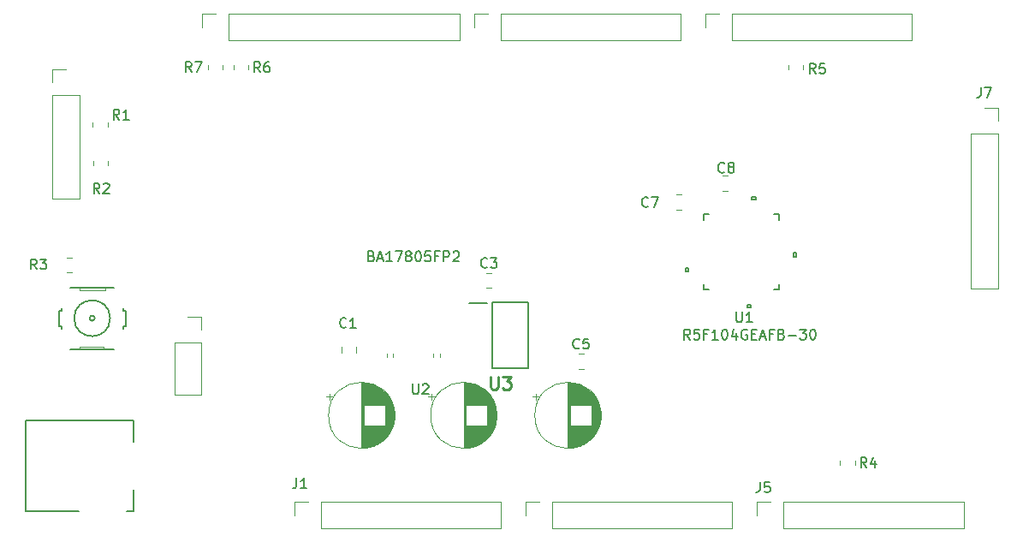
<source format=gbr>
%TF.GenerationSoftware,KiCad,Pcbnew,8.0.6*%
%TF.CreationDate,2025-01-18T20:08:40-05:00*%
%TF.ProjectId,RL78_G14_Arduino_48p,524c3738-5f47-4313-945f-41726475696e,rev?*%
%TF.SameCoordinates,Original*%
%TF.FileFunction,Legend,Top*%
%TF.FilePolarity,Positive*%
%FSLAX46Y46*%
G04 Gerber Fmt 4.6, Leading zero omitted, Abs format (unit mm)*
G04 Created by KiCad (PCBNEW 8.0.6) date 2025-01-18 20:08:40*
%MOMM*%
%LPD*%
G01*
G04 APERTURE LIST*
%ADD10C,0.150000*%
%ADD11C,0.254000*%
%ADD12C,0.120000*%
%ADD13C,0.152400*%
%ADD14C,0.050800*%
%ADD15C,0.203200*%
%ADD16C,0.200000*%
G04 APERTURE END LIST*
D10*
X120133333Y-43309580D02*
X120085714Y-43357200D01*
X120085714Y-43357200D02*
X119942857Y-43404819D01*
X119942857Y-43404819D02*
X119847619Y-43404819D01*
X119847619Y-43404819D02*
X119704762Y-43357200D01*
X119704762Y-43357200D02*
X119609524Y-43261961D01*
X119609524Y-43261961D02*
X119561905Y-43166723D01*
X119561905Y-43166723D02*
X119514286Y-42976247D01*
X119514286Y-42976247D02*
X119514286Y-42833390D01*
X119514286Y-42833390D02*
X119561905Y-42642914D01*
X119561905Y-42642914D02*
X119609524Y-42547676D01*
X119609524Y-42547676D02*
X119704762Y-42452438D01*
X119704762Y-42452438D02*
X119847619Y-42404819D01*
X119847619Y-42404819D02*
X119942857Y-42404819D01*
X119942857Y-42404819D02*
X120085714Y-42452438D01*
X120085714Y-42452438D02*
X120133333Y-42500057D01*
X120704762Y-42833390D02*
X120609524Y-42785771D01*
X120609524Y-42785771D02*
X120561905Y-42738152D01*
X120561905Y-42738152D02*
X120514286Y-42642914D01*
X120514286Y-42642914D02*
X120514286Y-42595295D01*
X120514286Y-42595295D02*
X120561905Y-42500057D01*
X120561905Y-42500057D02*
X120609524Y-42452438D01*
X120609524Y-42452438D02*
X120704762Y-42404819D01*
X120704762Y-42404819D02*
X120895238Y-42404819D01*
X120895238Y-42404819D02*
X120990476Y-42452438D01*
X120990476Y-42452438D02*
X121038095Y-42500057D01*
X121038095Y-42500057D02*
X121085714Y-42595295D01*
X121085714Y-42595295D02*
X121085714Y-42642914D01*
X121085714Y-42642914D02*
X121038095Y-42738152D01*
X121038095Y-42738152D02*
X120990476Y-42785771D01*
X120990476Y-42785771D02*
X120895238Y-42833390D01*
X120895238Y-42833390D02*
X120704762Y-42833390D01*
X120704762Y-42833390D02*
X120609524Y-42881009D01*
X120609524Y-42881009D02*
X120561905Y-42928628D01*
X120561905Y-42928628D02*
X120514286Y-43023866D01*
X120514286Y-43023866D02*
X120514286Y-43214342D01*
X120514286Y-43214342D02*
X120561905Y-43309580D01*
X120561905Y-43309580D02*
X120609524Y-43357200D01*
X120609524Y-43357200D02*
X120704762Y-43404819D01*
X120704762Y-43404819D02*
X120895238Y-43404819D01*
X120895238Y-43404819D02*
X120990476Y-43357200D01*
X120990476Y-43357200D02*
X121038095Y-43309580D01*
X121038095Y-43309580D02*
X121085714Y-43214342D01*
X121085714Y-43214342D02*
X121085714Y-43023866D01*
X121085714Y-43023866D02*
X121038095Y-42928628D01*
X121038095Y-42928628D02*
X120990476Y-42881009D01*
X120990476Y-42881009D02*
X120895238Y-42833390D01*
X60283333Y-38154819D02*
X59950000Y-37678628D01*
X59711905Y-38154819D02*
X59711905Y-37154819D01*
X59711905Y-37154819D02*
X60092857Y-37154819D01*
X60092857Y-37154819D02*
X60188095Y-37202438D01*
X60188095Y-37202438D02*
X60235714Y-37250057D01*
X60235714Y-37250057D02*
X60283333Y-37345295D01*
X60283333Y-37345295D02*
X60283333Y-37488152D01*
X60283333Y-37488152D02*
X60235714Y-37583390D01*
X60235714Y-37583390D02*
X60188095Y-37631009D01*
X60188095Y-37631009D02*
X60092857Y-37678628D01*
X60092857Y-37678628D02*
X59711905Y-37678628D01*
X61235714Y-38154819D02*
X60664286Y-38154819D01*
X60950000Y-38154819D02*
X60950000Y-37154819D01*
X60950000Y-37154819D02*
X60854762Y-37297676D01*
X60854762Y-37297676D02*
X60759524Y-37392914D01*
X60759524Y-37392914D02*
X60664286Y-37440533D01*
X74221333Y-33467319D02*
X73888000Y-32991128D01*
X73649905Y-33467319D02*
X73649905Y-32467319D01*
X73649905Y-32467319D02*
X74030857Y-32467319D01*
X74030857Y-32467319D02*
X74126095Y-32514938D01*
X74126095Y-32514938D02*
X74173714Y-32562557D01*
X74173714Y-32562557D02*
X74221333Y-32657795D01*
X74221333Y-32657795D02*
X74221333Y-32800652D01*
X74221333Y-32800652D02*
X74173714Y-32895890D01*
X74173714Y-32895890D02*
X74126095Y-32943509D01*
X74126095Y-32943509D02*
X74030857Y-32991128D01*
X74030857Y-32991128D02*
X73649905Y-32991128D01*
X75078476Y-32467319D02*
X74888000Y-32467319D01*
X74888000Y-32467319D02*
X74792762Y-32514938D01*
X74792762Y-32514938D02*
X74745143Y-32562557D01*
X74745143Y-32562557D02*
X74649905Y-32705414D01*
X74649905Y-32705414D02*
X74602286Y-32895890D01*
X74602286Y-32895890D02*
X74602286Y-33276842D01*
X74602286Y-33276842D02*
X74649905Y-33372080D01*
X74649905Y-33372080D02*
X74697524Y-33419700D01*
X74697524Y-33419700D02*
X74792762Y-33467319D01*
X74792762Y-33467319D02*
X74983238Y-33467319D01*
X74983238Y-33467319D02*
X75078476Y-33419700D01*
X75078476Y-33419700D02*
X75126095Y-33372080D01*
X75126095Y-33372080D02*
X75173714Y-33276842D01*
X75173714Y-33276842D02*
X75173714Y-33038747D01*
X75173714Y-33038747D02*
X75126095Y-32943509D01*
X75126095Y-32943509D02*
X75078476Y-32895890D01*
X75078476Y-32895890D02*
X74983238Y-32848271D01*
X74983238Y-32848271D02*
X74792762Y-32848271D01*
X74792762Y-32848271D02*
X74697524Y-32895890D01*
X74697524Y-32895890D02*
X74649905Y-32943509D01*
X74649905Y-32943509D02*
X74602286Y-33038747D01*
X145516666Y-34984819D02*
X145516666Y-35699104D01*
X145516666Y-35699104D02*
X145469047Y-35841961D01*
X145469047Y-35841961D02*
X145373809Y-35937200D01*
X145373809Y-35937200D02*
X145230952Y-35984819D01*
X145230952Y-35984819D02*
X145135714Y-35984819D01*
X145897619Y-34984819D02*
X146564285Y-34984819D01*
X146564285Y-34984819D02*
X146135714Y-35984819D01*
X121298695Y-57181819D02*
X121298695Y-57991342D01*
X121298695Y-57991342D02*
X121346314Y-58086580D01*
X121346314Y-58086580D02*
X121393933Y-58134200D01*
X121393933Y-58134200D02*
X121489171Y-58181819D01*
X121489171Y-58181819D02*
X121679647Y-58181819D01*
X121679647Y-58181819D02*
X121774885Y-58134200D01*
X121774885Y-58134200D02*
X121822504Y-58086580D01*
X121822504Y-58086580D02*
X121870123Y-57991342D01*
X121870123Y-57991342D02*
X121870123Y-57181819D01*
X122870123Y-58181819D02*
X122298695Y-58181819D01*
X122584409Y-58181819D02*
X122584409Y-57181819D01*
X122584409Y-57181819D02*
X122489171Y-57324676D01*
X122489171Y-57324676D02*
X122393933Y-57419914D01*
X122393933Y-57419914D02*
X122298695Y-57467533D01*
X116745237Y-59904819D02*
X116411904Y-59428628D01*
X116173809Y-59904819D02*
X116173809Y-58904819D01*
X116173809Y-58904819D02*
X116554761Y-58904819D01*
X116554761Y-58904819D02*
X116649999Y-58952438D01*
X116649999Y-58952438D02*
X116697618Y-59000057D01*
X116697618Y-59000057D02*
X116745237Y-59095295D01*
X116745237Y-59095295D02*
X116745237Y-59238152D01*
X116745237Y-59238152D02*
X116697618Y-59333390D01*
X116697618Y-59333390D02*
X116649999Y-59381009D01*
X116649999Y-59381009D02*
X116554761Y-59428628D01*
X116554761Y-59428628D02*
X116173809Y-59428628D01*
X117649999Y-58904819D02*
X117173809Y-58904819D01*
X117173809Y-58904819D02*
X117126190Y-59381009D01*
X117126190Y-59381009D02*
X117173809Y-59333390D01*
X117173809Y-59333390D02*
X117269047Y-59285771D01*
X117269047Y-59285771D02*
X117507142Y-59285771D01*
X117507142Y-59285771D02*
X117602380Y-59333390D01*
X117602380Y-59333390D02*
X117649999Y-59381009D01*
X117649999Y-59381009D02*
X117697618Y-59476247D01*
X117697618Y-59476247D02*
X117697618Y-59714342D01*
X117697618Y-59714342D02*
X117649999Y-59809580D01*
X117649999Y-59809580D02*
X117602380Y-59857200D01*
X117602380Y-59857200D02*
X117507142Y-59904819D01*
X117507142Y-59904819D02*
X117269047Y-59904819D01*
X117269047Y-59904819D02*
X117173809Y-59857200D01*
X117173809Y-59857200D02*
X117126190Y-59809580D01*
X118459523Y-59381009D02*
X118126190Y-59381009D01*
X118126190Y-59904819D02*
X118126190Y-58904819D01*
X118126190Y-58904819D02*
X118602380Y-58904819D01*
X119507142Y-59904819D02*
X118935714Y-59904819D01*
X119221428Y-59904819D02*
X119221428Y-58904819D01*
X119221428Y-58904819D02*
X119126190Y-59047676D01*
X119126190Y-59047676D02*
X119030952Y-59142914D01*
X119030952Y-59142914D02*
X118935714Y-59190533D01*
X120126190Y-58904819D02*
X120221428Y-58904819D01*
X120221428Y-58904819D02*
X120316666Y-58952438D01*
X120316666Y-58952438D02*
X120364285Y-59000057D01*
X120364285Y-59000057D02*
X120411904Y-59095295D01*
X120411904Y-59095295D02*
X120459523Y-59285771D01*
X120459523Y-59285771D02*
X120459523Y-59523866D01*
X120459523Y-59523866D02*
X120411904Y-59714342D01*
X120411904Y-59714342D02*
X120364285Y-59809580D01*
X120364285Y-59809580D02*
X120316666Y-59857200D01*
X120316666Y-59857200D02*
X120221428Y-59904819D01*
X120221428Y-59904819D02*
X120126190Y-59904819D01*
X120126190Y-59904819D02*
X120030952Y-59857200D01*
X120030952Y-59857200D02*
X119983333Y-59809580D01*
X119983333Y-59809580D02*
X119935714Y-59714342D01*
X119935714Y-59714342D02*
X119888095Y-59523866D01*
X119888095Y-59523866D02*
X119888095Y-59285771D01*
X119888095Y-59285771D02*
X119935714Y-59095295D01*
X119935714Y-59095295D02*
X119983333Y-59000057D01*
X119983333Y-59000057D02*
X120030952Y-58952438D01*
X120030952Y-58952438D02*
X120126190Y-58904819D01*
X121316666Y-59238152D02*
X121316666Y-59904819D01*
X121078571Y-58857200D02*
X120840476Y-59571485D01*
X120840476Y-59571485D02*
X121459523Y-59571485D01*
X122364285Y-58952438D02*
X122269047Y-58904819D01*
X122269047Y-58904819D02*
X122126190Y-58904819D01*
X122126190Y-58904819D02*
X121983333Y-58952438D01*
X121983333Y-58952438D02*
X121888095Y-59047676D01*
X121888095Y-59047676D02*
X121840476Y-59142914D01*
X121840476Y-59142914D02*
X121792857Y-59333390D01*
X121792857Y-59333390D02*
X121792857Y-59476247D01*
X121792857Y-59476247D02*
X121840476Y-59666723D01*
X121840476Y-59666723D02*
X121888095Y-59761961D01*
X121888095Y-59761961D02*
X121983333Y-59857200D01*
X121983333Y-59857200D02*
X122126190Y-59904819D01*
X122126190Y-59904819D02*
X122221428Y-59904819D01*
X122221428Y-59904819D02*
X122364285Y-59857200D01*
X122364285Y-59857200D02*
X122411904Y-59809580D01*
X122411904Y-59809580D02*
X122411904Y-59476247D01*
X122411904Y-59476247D02*
X122221428Y-59476247D01*
X122840476Y-59381009D02*
X123173809Y-59381009D01*
X123316666Y-59904819D02*
X122840476Y-59904819D01*
X122840476Y-59904819D02*
X122840476Y-58904819D01*
X122840476Y-58904819D02*
X123316666Y-58904819D01*
X123697619Y-59619104D02*
X124173809Y-59619104D01*
X123602381Y-59904819D02*
X123935714Y-58904819D01*
X123935714Y-58904819D02*
X124269047Y-59904819D01*
X124935714Y-59381009D02*
X124602381Y-59381009D01*
X124602381Y-59904819D02*
X124602381Y-58904819D01*
X124602381Y-58904819D02*
X125078571Y-58904819D01*
X125792857Y-59381009D02*
X125935714Y-59428628D01*
X125935714Y-59428628D02*
X125983333Y-59476247D01*
X125983333Y-59476247D02*
X126030952Y-59571485D01*
X126030952Y-59571485D02*
X126030952Y-59714342D01*
X126030952Y-59714342D02*
X125983333Y-59809580D01*
X125983333Y-59809580D02*
X125935714Y-59857200D01*
X125935714Y-59857200D02*
X125840476Y-59904819D01*
X125840476Y-59904819D02*
X125459524Y-59904819D01*
X125459524Y-59904819D02*
X125459524Y-58904819D01*
X125459524Y-58904819D02*
X125792857Y-58904819D01*
X125792857Y-58904819D02*
X125888095Y-58952438D01*
X125888095Y-58952438D02*
X125935714Y-59000057D01*
X125935714Y-59000057D02*
X125983333Y-59095295D01*
X125983333Y-59095295D02*
X125983333Y-59190533D01*
X125983333Y-59190533D02*
X125935714Y-59285771D01*
X125935714Y-59285771D02*
X125888095Y-59333390D01*
X125888095Y-59333390D02*
X125792857Y-59381009D01*
X125792857Y-59381009D02*
X125459524Y-59381009D01*
X126459524Y-59523866D02*
X127221429Y-59523866D01*
X127602381Y-58904819D02*
X128221428Y-58904819D01*
X128221428Y-58904819D02*
X127888095Y-59285771D01*
X127888095Y-59285771D02*
X128030952Y-59285771D01*
X128030952Y-59285771D02*
X128126190Y-59333390D01*
X128126190Y-59333390D02*
X128173809Y-59381009D01*
X128173809Y-59381009D02*
X128221428Y-59476247D01*
X128221428Y-59476247D02*
X128221428Y-59714342D01*
X128221428Y-59714342D02*
X128173809Y-59809580D01*
X128173809Y-59809580D02*
X128126190Y-59857200D01*
X128126190Y-59857200D02*
X128030952Y-59904819D01*
X128030952Y-59904819D02*
X127745238Y-59904819D01*
X127745238Y-59904819D02*
X127650000Y-59857200D01*
X127650000Y-59857200D02*
X127602381Y-59809580D01*
X128840476Y-58904819D02*
X128935714Y-58904819D01*
X128935714Y-58904819D02*
X129030952Y-58952438D01*
X129030952Y-58952438D02*
X129078571Y-59000057D01*
X129078571Y-59000057D02*
X129126190Y-59095295D01*
X129126190Y-59095295D02*
X129173809Y-59285771D01*
X129173809Y-59285771D02*
X129173809Y-59523866D01*
X129173809Y-59523866D02*
X129126190Y-59714342D01*
X129126190Y-59714342D02*
X129078571Y-59809580D01*
X129078571Y-59809580D02*
X129030952Y-59857200D01*
X129030952Y-59857200D02*
X128935714Y-59904819D01*
X128935714Y-59904819D02*
X128840476Y-59904819D01*
X128840476Y-59904819D02*
X128745238Y-59857200D01*
X128745238Y-59857200D02*
X128697619Y-59809580D01*
X128697619Y-59809580D02*
X128650000Y-59714342D01*
X128650000Y-59714342D02*
X128602381Y-59523866D01*
X128602381Y-59523866D02*
X128602381Y-59285771D01*
X128602381Y-59285771D02*
X128650000Y-59095295D01*
X128650000Y-59095295D02*
X128697619Y-59000057D01*
X128697619Y-59000057D02*
X128745238Y-58952438D01*
X128745238Y-58952438D02*
X128840476Y-58904819D01*
X77816666Y-73604819D02*
X77816666Y-74319104D01*
X77816666Y-74319104D02*
X77769047Y-74461961D01*
X77769047Y-74461961D02*
X77673809Y-74557200D01*
X77673809Y-74557200D02*
X77530952Y-74604819D01*
X77530952Y-74604819D02*
X77435714Y-74604819D01*
X78816666Y-74604819D02*
X78245238Y-74604819D01*
X78530952Y-74604819D02*
X78530952Y-73604819D01*
X78530952Y-73604819D02*
X78435714Y-73747676D01*
X78435714Y-73747676D02*
X78340476Y-73842914D01*
X78340476Y-73842914D02*
X78245238Y-73890533D01*
X89298095Y-64297419D02*
X89298095Y-65106942D01*
X89298095Y-65106942D02*
X89345714Y-65202180D01*
X89345714Y-65202180D02*
X89393333Y-65249800D01*
X89393333Y-65249800D02*
X89488571Y-65297419D01*
X89488571Y-65297419D02*
X89679047Y-65297419D01*
X89679047Y-65297419D02*
X89774285Y-65249800D01*
X89774285Y-65249800D02*
X89821904Y-65202180D01*
X89821904Y-65202180D02*
X89869523Y-65106942D01*
X89869523Y-65106942D02*
X89869523Y-64297419D01*
X90298095Y-64392657D02*
X90345714Y-64345038D01*
X90345714Y-64345038D02*
X90440952Y-64297419D01*
X90440952Y-64297419D02*
X90679047Y-64297419D01*
X90679047Y-64297419D02*
X90774285Y-64345038D01*
X90774285Y-64345038D02*
X90821904Y-64392657D01*
X90821904Y-64392657D02*
X90869523Y-64487895D01*
X90869523Y-64487895D02*
X90869523Y-64583133D01*
X90869523Y-64583133D02*
X90821904Y-64725990D01*
X90821904Y-64725990D02*
X90250476Y-65297419D01*
X90250476Y-65297419D02*
X90869523Y-65297419D01*
X85227142Y-51653609D02*
X85369999Y-51701228D01*
X85369999Y-51701228D02*
X85417618Y-51748847D01*
X85417618Y-51748847D02*
X85465237Y-51844085D01*
X85465237Y-51844085D02*
X85465237Y-51986942D01*
X85465237Y-51986942D02*
X85417618Y-52082180D01*
X85417618Y-52082180D02*
X85369999Y-52129800D01*
X85369999Y-52129800D02*
X85274761Y-52177419D01*
X85274761Y-52177419D02*
X84893809Y-52177419D01*
X84893809Y-52177419D02*
X84893809Y-51177419D01*
X84893809Y-51177419D02*
X85227142Y-51177419D01*
X85227142Y-51177419D02*
X85322380Y-51225038D01*
X85322380Y-51225038D02*
X85369999Y-51272657D01*
X85369999Y-51272657D02*
X85417618Y-51367895D01*
X85417618Y-51367895D02*
X85417618Y-51463133D01*
X85417618Y-51463133D02*
X85369999Y-51558371D01*
X85369999Y-51558371D02*
X85322380Y-51605990D01*
X85322380Y-51605990D02*
X85227142Y-51653609D01*
X85227142Y-51653609D02*
X84893809Y-51653609D01*
X85846190Y-51891704D02*
X86322380Y-51891704D01*
X85750952Y-52177419D02*
X86084285Y-51177419D01*
X86084285Y-51177419D02*
X86417618Y-52177419D01*
X87274761Y-52177419D02*
X86703333Y-52177419D01*
X86989047Y-52177419D02*
X86989047Y-51177419D01*
X86989047Y-51177419D02*
X86893809Y-51320276D01*
X86893809Y-51320276D02*
X86798571Y-51415514D01*
X86798571Y-51415514D02*
X86703333Y-51463133D01*
X87608095Y-51177419D02*
X88274761Y-51177419D01*
X88274761Y-51177419D02*
X87846190Y-52177419D01*
X88798571Y-51605990D02*
X88703333Y-51558371D01*
X88703333Y-51558371D02*
X88655714Y-51510752D01*
X88655714Y-51510752D02*
X88608095Y-51415514D01*
X88608095Y-51415514D02*
X88608095Y-51367895D01*
X88608095Y-51367895D02*
X88655714Y-51272657D01*
X88655714Y-51272657D02*
X88703333Y-51225038D01*
X88703333Y-51225038D02*
X88798571Y-51177419D01*
X88798571Y-51177419D02*
X88989047Y-51177419D01*
X88989047Y-51177419D02*
X89084285Y-51225038D01*
X89084285Y-51225038D02*
X89131904Y-51272657D01*
X89131904Y-51272657D02*
X89179523Y-51367895D01*
X89179523Y-51367895D02*
X89179523Y-51415514D01*
X89179523Y-51415514D02*
X89131904Y-51510752D01*
X89131904Y-51510752D02*
X89084285Y-51558371D01*
X89084285Y-51558371D02*
X88989047Y-51605990D01*
X88989047Y-51605990D02*
X88798571Y-51605990D01*
X88798571Y-51605990D02*
X88703333Y-51653609D01*
X88703333Y-51653609D02*
X88655714Y-51701228D01*
X88655714Y-51701228D02*
X88608095Y-51796466D01*
X88608095Y-51796466D02*
X88608095Y-51986942D01*
X88608095Y-51986942D02*
X88655714Y-52082180D01*
X88655714Y-52082180D02*
X88703333Y-52129800D01*
X88703333Y-52129800D02*
X88798571Y-52177419D01*
X88798571Y-52177419D02*
X88989047Y-52177419D01*
X88989047Y-52177419D02*
X89084285Y-52129800D01*
X89084285Y-52129800D02*
X89131904Y-52082180D01*
X89131904Y-52082180D02*
X89179523Y-51986942D01*
X89179523Y-51986942D02*
X89179523Y-51796466D01*
X89179523Y-51796466D02*
X89131904Y-51701228D01*
X89131904Y-51701228D02*
X89084285Y-51653609D01*
X89084285Y-51653609D02*
X88989047Y-51605990D01*
X89798571Y-51177419D02*
X89893809Y-51177419D01*
X89893809Y-51177419D02*
X89989047Y-51225038D01*
X89989047Y-51225038D02*
X90036666Y-51272657D01*
X90036666Y-51272657D02*
X90084285Y-51367895D01*
X90084285Y-51367895D02*
X90131904Y-51558371D01*
X90131904Y-51558371D02*
X90131904Y-51796466D01*
X90131904Y-51796466D02*
X90084285Y-51986942D01*
X90084285Y-51986942D02*
X90036666Y-52082180D01*
X90036666Y-52082180D02*
X89989047Y-52129800D01*
X89989047Y-52129800D02*
X89893809Y-52177419D01*
X89893809Y-52177419D02*
X89798571Y-52177419D01*
X89798571Y-52177419D02*
X89703333Y-52129800D01*
X89703333Y-52129800D02*
X89655714Y-52082180D01*
X89655714Y-52082180D02*
X89608095Y-51986942D01*
X89608095Y-51986942D02*
X89560476Y-51796466D01*
X89560476Y-51796466D02*
X89560476Y-51558371D01*
X89560476Y-51558371D02*
X89608095Y-51367895D01*
X89608095Y-51367895D02*
X89655714Y-51272657D01*
X89655714Y-51272657D02*
X89703333Y-51225038D01*
X89703333Y-51225038D02*
X89798571Y-51177419D01*
X91036666Y-51177419D02*
X90560476Y-51177419D01*
X90560476Y-51177419D02*
X90512857Y-51653609D01*
X90512857Y-51653609D02*
X90560476Y-51605990D01*
X90560476Y-51605990D02*
X90655714Y-51558371D01*
X90655714Y-51558371D02*
X90893809Y-51558371D01*
X90893809Y-51558371D02*
X90989047Y-51605990D01*
X90989047Y-51605990D02*
X91036666Y-51653609D01*
X91036666Y-51653609D02*
X91084285Y-51748847D01*
X91084285Y-51748847D02*
X91084285Y-51986942D01*
X91084285Y-51986942D02*
X91036666Y-52082180D01*
X91036666Y-52082180D02*
X90989047Y-52129800D01*
X90989047Y-52129800D02*
X90893809Y-52177419D01*
X90893809Y-52177419D02*
X90655714Y-52177419D01*
X90655714Y-52177419D02*
X90560476Y-52129800D01*
X90560476Y-52129800D02*
X90512857Y-52082180D01*
X91846190Y-51653609D02*
X91512857Y-51653609D01*
X91512857Y-52177419D02*
X91512857Y-51177419D01*
X91512857Y-51177419D02*
X91989047Y-51177419D01*
X92370000Y-52177419D02*
X92370000Y-51177419D01*
X92370000Y-51177419D02*
X92750952Y-51177419D01*
X92750952Y-51177419D02*
X92846190Y-51225038D01*
X92846190Y-51225038D02*
X92893809Y-51272657D01*
X92893809Y-51272657D02*
X92941428Y-51367895D01*
X92941428Y-51367895D02*
X92941428Y-51510752D01*
X92941428Y-51510752D02*
X92893809Y-51605990D01*
X92893809Y-51605990D02*
X92846190Y-51653609D01*
X92846190Y-51653609D02*
X92750952Y-51701228D01*
X92750952Y-51701228D02*
X92370000Y-51701228D01*
X93322381Y-51272657D02*
X93370000Y-51225038D01*
X93370000Y-51225038D02*
X93465238Y-51177419D01*
X93465238Y-51177419D02*
X93703333Y-51177419D01*
X93703333Y-51177419D02*
X93798571Y-51225038D01*
X93798571Y-51225038D02*
X93846190Y-51272657D01*
X93846190Y-51272657D02*
X93893809Y-51367895D01*
X93893809Y-51367895D02*
X93893809Y-51463133D01*
X93893809Y-51463133D02*
X93846190Y-51605990D01*
X93846190Y-51605990D02*
X93274762Y-52177419D01*
X93274762Y-52177419D02*
X93893809Y-52177419D01*
X52133333Y-52954819D02*
X51800000Y-52478628D01*
X51561905Y-52954819D02*
X51561905Y-51954819D01*
X51561905Y-51954819D02*
X51942857Y-51954819D01*
X51942857Y-51954819D02*
X52038095Y-52002438D01*
X52038095Y-52002438D02*
X52085714Y-52050057D01*
X52085714Y-52050057D02*
X52133333Y-52145295D01*
X52133333Y-52145295D02*
X52133333Y-52288152D01*
X52133333Y-52288152D02*
X52085714Y-52383390D01*
X52085714Y-52383390D02*
X52038095Y-52431009D01*
X52038095Y-52431009D02*
X51942857Y-52478628D01*
X51942857Y-52478628D02*
X51561905Y-52478628D01*
X52466667Y-51954819D02*
X53085714Y-51954819D01*
X53085714Y-51954819D02*
X52752381Y-52335771D01*
X52752381Y-52335771D02*
X52895238Y-52335771D01*
X52895238Y-52335771D02*
X52990476Y-52383390D01*
X52990476Y-52383390D02*
X53038095Y-52431009D01*
X53038095Y-52431009D02*
X53085714Y-52526247D01*
X53085714Y-52526247D02*
X53085714Y-52764342D01*
X53085714Y-52764342D02*
X53038095Y-52859580D01*
X53038095Y-52859580D02*
X52990476Y-52907200D01*
X52990476Y-52907200D02*
X52895238Y-52954819D01*
X52895238Y-52954819D02*
X52609524Y-52954819D01*
X52609524Y-52954819D02*
X52514286Y-52907200D01*
X52514286Y-52907200D02*
X52466667Y-52859580D01*
X129135333Y-33604819D02*
X128802000Y-33128628D01*
X128563905Y-33604819D02*
X128563905Y-32604819D01*
X128563905Y-32604819D02*
X128944857Y-32604819D01*
X128944857Y-32604819D02*
X129040095Y-32652438D01*
X129040095Y-32652438D02*
X129087714Y-32700057D01*
X129087714Y-32700057D02*
X129135333Y-32795295D01*
X129135333Y-32795295D02*
X129135333Y-32938152D01*
X129135333Y-32938152D02*
X129087714Y-33033390D01*
X129087714Y-33033390D02*
X129040095Y-33081009D01*
X129040095Y-33081009D02*
X128944857Y-33128628D01*
X128944857Y-33128628D02*
X128563905Y-33128628D01*
X130040095Y-32604819D02*
X129563905Y-32604819D01*
X129563905Y-32604819D02*
X129516286Y-33081009D01*
X129516286Y-33081009D02*
X129563905Y-33033390D01*
X129563905Y-33033390D02*
X129659143Y-32985771D01*
X129659143Y-32985771D02*
X129897238Y-32985771D01*
X129897238Y-32985771D02*
X129992476Y-33033390D01*
X129992476Y-33033390D02*
X130040095Y-33081009D01*
X130040095Y-33081009D02*
X130087714Y-33176247D01*
X130087714Y-33176247D02*
X130087714Y-33414342D01*
X130087714Y-33414342D02*
X130040095Y-33509580D01*
X130040095Y-33509580D02*
X129992476Y-33557200D01*
X129992476Y-33557200D02*
X129897238Y-33604819D01*
X129897238Y-33604819D02*
X129659143Y-33604819D01*
X129659143Y-33604819D02*
X129563905Y-33557200D01*
X129563905Y-33557200D02*
X129516286Y-33509580D01*
X134201333Y-72554819D02*
X133868000Y-72078628D01*
X133629905Y-72554819D02*
X133629905Y-71554819D01*
X133629905Y-71554819D02*
X134010857Y-71554819D01*
X134010857Y-71554819D02*
X134106095Y-71602438D01*
X134106095Y-71602438D02*
X134153714Y-71650057D01*
X134153714Y-71650057D02*
X134201333Y-71745295D01*
X134201333Y-71745295D02*
X134201333Y-71888152D01*
X134201333Y-71888152D02*
X134153714Y-71983390D01*
X134153714Y-71983390D02*
X134106095Y-72031009D01*
X134106095Y-72031009D02*
X134010857Y-72078628D01*
X134010857Y-72078628D02*
X133629905Y-72078628D01*
X135058476Y-71888152D02*
X135058476Y-72554819D01*
X134820381Y-71507200D02*
X134582286Y-72221485D01*
X134582286Y-72221485D02*
X135201333Y-72221485D01*
X96685333Y-52729580D02*
X96637714Y-52777200D01*
X96637714Y-52777200D02*
X96494857Y-52824819D01*
X96494857Y-52824819D02*
X96399619Y-52824819D01*
X96399619Y-52824819D02*
X96256762Y-52777200D01*
X96256762Y-52777200D02*
X96161524Y-52681961D01*
X96161524Y-52681961D02*
X96113905Y-52586723D01*
X96113905Y-52586723D02*
X96066286Y-52396247D01*
X96066286Y-52396247D02*
X96066286Y-52253390D01*
X96066286Y-52253390D02*
X96113905Y-52062914D01*
X96113905Y-52062914D02*
X96161524Y-51967676D01*
X96161524Y-51967676D02*
X96256762Y-51872438D01*
X96256762Y-51872438D02*
X96399619Y-51824819D01*
X96399619Y-51824819D02*
X96494857Y-51824819D01*
X96494857Y-51824819D02*
X96637714Y-51872438D01*
X96637714Y-51872438D02*
X96685333Y-51920057D01*
X97018667Y-51824819D02*
X97637714Y-51824819D01*
X97637714Y-51824819D02*
X97304381Y-52205771D01*
X97304381Y-52205771D02*
X97447238Y-52205771D01*
X97447238Y-52205771D02*
X97542476Y-52253390D01*
X97542476Y-52253390D02*
X97590095Y-52301009D01*
X97590095Y-52301009D02*
X97637714Y-52396247D01*
X97637714Y-52396247D02*
X97637714Y-52634342D01*
X97637714Y-52634342D02*
X97590095Y-52729580D01*
X97590095Y-52729580D02*
X97542476Y-52777200D01*
X97542476Y-52777200D02*
X97447238Y-52824819D01*
X97447238Y-52824819D02*
X97161524Y-52824819D01*
X97161524Y-52824819D02*
X97066286Y-52777200D01*
X97066286Y-52777200D02*
X97018667Y-52729580D01*
X112583333Y-46709580D02*
X112535714Y-46757200D01*
X112535714Y-46757200D02*
X112392857Y-46804819D01*
X112392857Y-46804819D02*
X112297619Y-46804819D01*
X112297619Y-46804819D02*
X112154762Y-46757200D01*
X112154762Y-46757200D02*
X112059524Y-46661961D01*
X112059524Y-46661961D02*
X112011905Y-46566723D01*
X112011905Y-46566723D02*
X111964286Y-46376247D01*
X111964286Y-46376247D02*
X111964286Y-46233390D01*
X111964286Y-46233390D02*
X112011905Y-46042914D01*
X112011905Y-46042914D02*
X112059524Y-45947676D01*
X112059524Y-45947676D02*
X112154762Y-45852438D01*
X112154762Y-45852438D02*
X112297619Y-45804819D01*
X112297619Y-45804819D02*
X112392857Y-45804819D01*
X112392857Y-45804819D02*
X112535714Y-45852438D01*
X112535714Y-45852438D02*
X112583333Y-45900057D01*
X112916667Y-45804819D02*
X113583333Y-45804819D01*
X113583333Y-45804819D02*
X113154762Y-46804819D01*
X58333333Y-45454819D02*
X58000000Y-44978628D01*
X57761905Y-45454819D02*
X57761905Y-44454819D01*
X57761905Y-44454819D02*
X58142857Y-44454819D01*
X58142857Y-44454819D02*
X58238095Y-44502438D01*
X58238095Y-44502438D02*
X58285714Y-44550057D01*
X58285714Y-44550057D02*
X58333333Y-44645295D01*
X58333333Y-44645295D02*
X58333333Y-44788152D01*
X58333333Y-44788152D02*
X58285714Y-44883390D01*
X58285714Y-44883390D02*
X58238095Y-44931009D01*
X58238095Y-44931009D02*
X58142857Y-44978628D01*
X58142857Y-44978628D02*
X57761905Y-44978628D01*
X58714286Y-44550057D02*
X58761905Y-44502438D01*
X58761905Y-44502438D02*
X58857143Y-44454819D01*
X58857143Y-44454819D02*
X59095238Y-44454819D01*
X59095238Y-44454819D02*
X59190476Y-44502438D01*
X59190476Y-44502438D02*
X59238095Y-44550057D01*
X59238095Y-44550057D02*
X59285714Y-44645295D01*
X59285714Y-44645295D02*
X59285714Y-44740533D01*
X59285714Y-44740533D02*
X59238095Y-44883390D01*
X59238095Y-44883390D02*
X58666667Y-45454819D01*
X58666667Y-45454819D02*
X59285714Y-45454819D01*
X67431333Y-33454819D02*
X67098000Y-32978628D01*
X66859905Y-33454819D02*
X66859905Y-32454819D01*
X66859905Y-32454819D02*
X67240857Y-32454819D01*
X67240857Y-32454819D02*
X67336095Y-32502438D01*
X67336095Y-32502438D02*
X67383714Y-32550057D01*
X67383714Y-32550057D02*
X67431333Y-32645295D01*
X67431333Y-32645295D02*
X67431333Y-32788152D01*
X67431333Y-32788152D02*
X67383714Y-32883390D01*
X67383714Y-32883390D02*
X67336095Y-32931009D01*
X67336095Y-32931009D02*
X67240857Y-32978628D01*
X67240857Y-32978628D02*
X66859905Y-32978628D01*
X67764667Y-32454819D02*
X68431333Y-32454819D01*
X68431333Y-32454819D02*
X68002762Y-33454819D01*
X82735333Y-58659580D02*
X82687714Y-58707200D01*
X82687714Y-58707200D02*
X82544857Y-58754819D01*
X82544857Y-58754819D02*
X82449619Y-58754819D01*
X82449619Y-58754819D02*
X82306762Y-58707200D01*
X82306762Y-58707200D02*
X82211524Y-58611961D01*
X82211524Y-58611961D02*
X82163905Y-58516723D01*
X82163905Y-58516723D02*
X82116286Y-58326247D01*
X82116286Y-58326247D02*
X82116286Y-58183390D01*
X82116286Y-58183390D02*
X82163905Y-57992914D01*
X82163905Y-57992914D02*
X82211524Y-57897676D01*
X82211524Y-57897676D02*
X82306762Y-57802438D01*
X82306762Y-57802438D02*
X82449619Y-57754819D01*
X82449619Y-57754819D02*
X82544857Y-57754819D01*
X82544857Y-57754819D02*
X82687714Y-57802438D01*
X82687714Y-57802438D02*
X82735333Y-57850057D01*
X83687714Y-58754819D02*
X83116286Y-58754819D01*
X83402000Y-58754819D02*
X83402000Y-57754819D01*
X83402000Y-57754819D02*
X83306762Y-57897676D01*
X83306762Y-57897676D02*
X83211524Y-57992914D01*
X83211524Y-57992914D02*
X83116286Y-58040533D01*
X123656666Y-74014819D02*
X123656666Y-74729104D01*
X123656666Y-74729104D02*
X123609047Y-74871961D01*
X123609047Y-74871961D02*
X123513809Y-74967200D01*
X123513809Y-74967200D02*
X123370952Y-75014819D01*
X123370952Y-75014819D02*
X123275714Y-75014819D01*
X124609047Y-74014819D02*
X124132857Y-74014819D01*
X124132857Y-74014819D02*
X124085238Y-74491009D01*
X124085238Y-74491009D02*
X124132857Y-74443390D01*
X124132857Y-74443390D02*
X124228095Y-74395771D01*
X124228095Y-74395771D02*
X124466190Y-74395771D01*
X124466190Y-74395771D02*
X124561428Y-74443390D01*
X124561428Y-74443390D02*
X124609047Y-74491009D01*
X124609047Y-74491009D02*
X124656666Y-74586247D01*
X124656666Y-74586247D02*
X124656666Y-74824342D01*
X124656666Y-74824342D02*
X124609047Y-74919580D01*
X124609047Y-74919580D02*
X124561428Y-74967200D01*
X124561428Y-74967200D02*
X124466190Y-75014819D01*
X124466190Y-75014819D02*
X124228095Y-75014819D01*
X124228095Y-75014819D02*
X124132857Y-74967200D01*
X124132857Y-74967200D02*
X124085238Y-74919580D01*
X105785333Y-60729580D02*
X105737714Y-60777200D01*
X105737714Y-60777200D02*
X105594857Y-60824819D01*
X105594857Y-60824819D02*
X105499619Y-60824819D01*
X105499619Y-60824819D02*
X105356762Y-60777200D01*
X105356762Y-60777200D02*
X105261524Y-60681961D01*
X105261524Y-60681961D02*
X105213905Y-60586723D01*
X105213905Y-60586723D02*
X105166286Y-60396247D01*
X105166286Y-60396247D02*
X105166286Y-60253390D01*
X105166286Y-60253390D02*
X105213905Y-60062914D01*
X105213905Y-60062914D02*
X105261524Y-59967676D01*
X105261524Y-59967676D02*
X105356762Y-59872438D01*
X105356762Y-59872438D02*
X105499619Y-59824819D01*
X105499619Y-59824819D02*
X105594857Y-59824819D01*
X105594857Y-59824819D02*
X105737714Y-59872438D01*
X105737714Y-59872438D02*
X105785333Y-59920057D01*
X106690095Y-59824819D02*
X106213905Y-59824819D01*
X106213905Y-59824819D02*
X106166286Y-60301009D01*
X106166286Y-60301009D02*
X106213905Y-60253390D01*
X106213905Y-60253390D02*
X106309143Y-60205771D01*
X106309143Y-60205771D02*
X106547238Y-60205771D01*
X106547238Y-60205771D02*
X106642476Y-60253390D01*
X106642476Y-60253390D02*
X106690095Y-60301009D01*
X106690095Y-60301009D02*
X106737714Y-60396247D01*
X106737714Y-60396247D02*
X106737714Y-60634342D01*
X106737714Y-60634342D02*
X106690095Y-60729580D01*
X106690095Y-60729580D02*
X106642476Y-60777200D01*
X106642476Y-60777200D02*
X106547238Y-60824819D01*
X106547238Y-60824819D02*
X106309143Y-60824819D01*
X106309143Y-60824819D02*
X106213905Y-60777200D01*
X106213905Y-60777200D02*
X106166286Y-60729580D01*
D11*
X97007380Y-63554318D02*
X97007380Y-64582413D01*
X97007380Y-64582413D02*
X97067857Y-64703365D01*
X97067857Y-64703365D02*
X97128333Y-64763842D01*
X97128333Y-64763842D02*
X97249285Y-64824318D01*
X97249285Y-64824318D02*
X97491190Y-64824318D01*
X97491190Y-64824318D02*
X97612142Y-64763842D01*
X97612142Y-64763842D02*
X97672619Y-64703365D01*
X97672619Y-64703365D02*
X97733095Y-64582413D01*
X97733095Y-64582413D02*
X97733095Y-63554318D01*
X98216904Y-63554318D02*
X99003095Y-63554318D01*
X99003095Y-63554318D02*
X98579761Y-64038127D01*
X98579761Y-64038127D02*
X98761190Y-64038127D01*
X98761190Y-64038127D02*
X98882142Y-64098603D01*
X98882142Y-64098603D02*
X98942618Y-64159080D01*
X98942618Y-64159080D02*
X99003095Y-64280032D01*
X99003095Y-64280032D02*
X99003095Y-64582413D01*
X99003095Y-64582413D02*
X98942618Y-64703365D01*
X98942618Y-64703365D02*
X98882142Y-64763842D01*
X98882142Y-64763842D02*
X98761190Y-64824318D01*
X98761190Y-64824318D02*
X98398333Y-64824318D01*
X98398333Y-64824318D02*
X98277380Y-64763842D01*
X98277380Y-64763842D02*
X98216904Y-64703365D01*
D12*
%TO.C,J3*%
X100472000Y-75930000D02*
X101802000Y-75930000D01*
X100472000Y-77260000D02*
X100472000Y-75930000D01*
X103072000Y-75930000D02*
X120912000Y-75930000D01*
X103072000Y-78590000D02*
X103072000Y-75930000D01*
X103072000Y-78590000D02*
X120912000Y-78590000D01*
X120912000Y-78590000D02*
X120912000Y-75930000D01*
%TO.C,J2*%
X68468000Y-27670000D02*
X69798000Y-27670000D01*
X68468000Y-29000000D02*
X68468000Y-27670000D01*
X71068000Y-27670000D02*
X93988000Y-27670000D01*
X71068000Y-30330000D02*
X71068000Y-27670000D01*
X71068000Y-30330000D02*
X93988000Y-30330000D01*
X93988000Y-30330000D02*
X93988000Y-27670000D01*
%TO.C,J4*%
X95392000Y-27670000D02*
X96722000Y-27670000D01*
X95392000Y-29000000D02*
X95392000Y-27670000D01*
X97992000Y-27670000D02*
X115832000Y-27670000D01*
X97992000Y-30330000D02*
X97992000Y-27670000D01*
X97992000Y-30330000D02*
X115832000Y-30330000D01*
X115832000Y-30330000D02*
X115832000Y-27670000D01*
%TO.C,J6*%
X118252000Y-27670000D02*
X119582000Y-27670000D01*
X118252000Y-29000000D02*
X118252000Y-27670000D01*
X120852000Y-27670000D02*
X138692000Y-27670000D01*
X120852000Y-30330000D02*
X120852000Y-27670000D01*
X120852000Y-30330000D02*
X138692000Y-30330000D01*
X138692000Y-30330000D02*
X138692000Y-27670000D01*
%TO.C,C4*%
X90851759Y-65561000D02*
X91481759Y-65561000D01*
X91166759Y-65246000D02*
X91166759Y-65876000D01*
X94352000Y-64170000D02*
X94352000Y-70630000D01*
X94392000Y-64170000D02*
X94392000Y-70630000D01*
X94432000Y-64170000D02*
X94432000Y-70630000D01*
X94472000Y-64172000D02*
X94472000Y-70628000D01*
X94512000Y-64173000D02*
X94512000Y-70627000D01*
X94552000Y-64176000D02*
X94552000Y-70624000D01*
X94592000Y-64178000D02*
X94592000Y-66360000D01*
X94592000Y-68440000D02*
X94592000Y-70622000D01*
X94632000Y-64182000D02*
X94632000Y-66360000D01*
X94632000Y-68440000D02*
X94632000Y-70618000D01*
X94672000Y-64185000D02*
X94672000Y-66360000D01*
X94672000Y-68440000D02*
X94672000Y-70615000D01*
X94712000Y-64189000D02*
X94712000Y-66360000D01*
X94712000Y-68440000D02*
X94712000Y-70611000D01*
X94752000Y-64194000D02*
X94752000Y-66360000D01*
X94752000Y-68440000D02*
X94752000Y-70606000D01*
X94792000Y-64199000D02*
X94792000Y-66360000D01*
X94792000Y-68440000D02*
X94792000Y-70601000D01*
X94832000Y-64205000D02*
X94832000Y-66360000D01*
X94832000Y-68440000D02*
X94832000Y-70595000D01*
X94872000Y-64211000D02*
X94872000Y-66360000D01*
X94872000Y-68440000D02*
X94872000Y-70589000D01*
X94912000Y-64218000D02*
X94912000Y-66360000D01*
X94912000Y-68440000D02*
X94912000Y-70582000D01*
X94952000Y-64225000D02*
X94952000Y-66360000D01*
X94952000Y-68440000D02*
X94952000Y-70575000D01*
X94992000Y-64233000D02*
X94992000Y-66360000D01*
X94992000Y-68440000D02*
X94992000Y-70567000D01*
X95032000Y-64241000D02*
X95032000Y-66360000D01*
X95032000Y-68440000D02*
X95032000Y-70559000D01*
X95073000Y-64250000D02*
X95073000Y-66360000D01*
X95073000Y-68440000D02*
X95073000Y-70550000D01*
X95113000Y-64259000D02*
X95113000Y-66360000D01*
X95113000Y-68440000D02*
X95113000Y-70541000D01*
X95153000Y-64269000D02*
X95153000Y-66360000D01*
X95153000Y-68440000D02*
X95153000Y-70531000D01*
X95193000Y-64279000D02*
X95193000Y-66360000D01*
X95193000Y-68440000D02*
X95193000Y-70521000D01*
X95233000Y-64290000D02*
X95233000Y-66360000D01*
X95233000Y-68440000D02*
X95233000Y-70510000D01*
X95273000Y-64302000D02*
X95273000Y-66360000D01*
X95273000Y-68440000D02*
X95273000Y-70498000D01*
X95313000Y-64314000D02*
X95313000Y-66360000D01*
X95313000Y-68440000D02*
X95313000Y-70486000D01*
X95353000Y-64326000D02*
X95353000Y-66360000D01*
X95353000Y-68440000D02*
X95353000Y-70474000D01*
X95393000Y-64339000D02*
X95393000Y-66360000D01*
X95393000Y-68440000D02*
X95393000Y-70461000D01*
X95433000Y-64353000D02*
X95433000Y-66360000D01*
X95433000Y-68440000D02*
X95433000Y-70447000D01*
X95473000Y-64367000D02*
X95473000Y-66360000D01*
X95473000Y-68440000D02*
X95473000Y-70433000D01*
X95513000Y-64382000D02*
X95513000Y-66360000D01*
X95513000Y-68440000D02*
X95513000Y-70418000D01*
X95553000Y-64398000D02*
X95553000Y-66360000D01*
X95553000Y-68440000D02*
X95553000Y-70402000D01*
X95593000Y-64414000D02*
X95593000Y-66360000D01*
X95593000Y-68440000D02*
X95593000Y-70386000D01*
X95633000Y-64430000D02*
X95633000Y-66360000D01*
X95633000Y-68440000D02*
X95633000Y-70370000D01*
X95673000Y-64448000D02*
X95673000Y-66360000D01*
X95673000Y-68440000D02*
X95673000Y-70352000D01*
X95713000Y-64466000D02*
X95713000Y-66360000D01*
X95713000Y-68440000D02*
X95713000Y-70334000D01*
X95753000Y-64484000D02*
X95753000Y-66360000D01*
X95753000Y-68440000D02*
X95753000Y-70316000D01*
X95793000Y-64504000D02*
X95793000Y-66360000D01*
X95793000Y-68440000D02*
X95793000Y-70296000D01*
X95833000Y-64524000D02*
X95833000Y-66360000D01*
X95833000Y-68440000D02*
X95833000Y-70276000D01*
X95873000Y-64544000D02*
X95873000Y-66360000D01*
X95873000Y-68440000D02*
X95873000Y-70256000D01*
X95913000Y-64566000D02*
X95913000Y-66360000D01*
X95913000Y-68440000D02*
X95913000Y-70234000D01*
X95953000Y-64588000D02*
X95953000Y-66360000D01*
X95953000Y-68440000D02*
X95953000Y-70212000D01*
X95993000Y-64610000D02*
X95993000Y-66360000D01*
X95993000Y-68440000D02*
X95993000Y-70190000D01*
X96033000Y-64634000D02*
X96033000Y-66360000D01*
X96033000Y-68440000D02*
X96033000Y-70166000D01*
X96073000Y-64658000D02*
X96073000Y-66360000D01*
X96073000Y-68440000D02*
X96073000Y-70142000D01*
X96113000Y-64684000D02*
X96113000Y-66360000D01*
X96113000Y-68440000D02*
X96113000Y-70116000D01*
X96153000Y-64710000D02*
X96153000Y-66360000D01*
X96153000Y-68440000D02*
X96153000Y-70090000D01*
X96193000Y-64736000D02*
X96193000Y-66360000D01*
X96193000Y-68440000D02*
X96193000Y-70064000D01*
X96233000Y-64764000D02*
X96233000Y-66360000D01*
X96233000Y-68440000D02*
X96233000Y-70036000D01*
X96273000Y-64793000D02*
X96273000Y-66360000D01*
X96273000Y-68440000D02*
X96273000Y-70007000D01*
X96313000Y-64822000D02*
X96313000Y-66360000D01*
X96313000Y-68440000D02*
X96313000Y-69978000D01*
X96353000Y-64852000D02*
X96353000Y-66360000D01*
X96353000Y-68440000D02*
X96353000Y-69948000D01*
X96393000Y-64884000D02*
X96393000Y-66360000D01*
X96393000Y-68440000D02*
X96393000Y-69916000D01*
X96433000Y-64916000D02*
X96433000Y-66360000D01*
X96433000Y-68440000D02*
X96433000Y-69884000D01*
X96473000Y-64950000D02*
X96473000Y-66360000D01*
X96473000Y-68440000D02*
X96473000Y-69850000D01*
X96513000Y-64984000D02*
X96513000Y-66360000D01*
X96513000Y-68440000D02*
X96513000Y-69816000D01*
X96553000Y-65020000D02*
X96553000Y-66360000D01*
X96553000Y-68440000D02*
X96553000Y-69780000D01*
X96593000Y-65057000D02*
X96593000Y-66360000D01*
X96593000Y-68440000D02*
X96593000Y-69743000D01*
X96633000Y-65095000D02*
X96633000Y-66360000D01*
X96633000Y-68440000D02*
X96633000Y-69705000D01*
X96673000Y-65135000D02*
X96673000Y-69665000D01*
X96713000Y-65176000D02*
X96713000Y-69624000D01*
X96753000Y-65218000D02*
X96753000Y-69582000D01*
X96793000Y-65263000D02*
X96793000Y-69537000D01*
X96833000Y-65308000D02*
X96833000Y-69492000D01*
X96873000Y-65356000D02*
X96873000Y-69444000D01*
X96913000Y-65405000D02*
X96913000Y-69395000D01*
X96953000Y-65456000D02*
X96953000Y-69344000D01*
X96993000Y-65510000D02*
X96993000Y-69290000D01*
X97033000Y-65566000D02*
X97033000Y-69234000D01*
X97073000Y-65624000D02*
X97073000Y-69176000D01*
X97113000Y-65686000D02*
X97113000Y-69114000D01*
X97153000Y-65750000D02*
X97153000Y-69050000D01*
X97193000Y-65819000D02*
X97193000Y-68981000D01*
X97233000Y-65891000D02*
X97233000Y-68909000D01*
X97273000Y-65968000D02*
X97273000Y-68832000D01*
X97313000Y-66050000D02*
X97313000Y-68750000D01*
X97353000Y-66138000D02*
X97353000Y-68662000D01*
X97393000Y-66235000D02*
X97393000Y-68565000D01*
X97433000Y-66341000D02*
X97433000Y-68459000D01*
X97473000Y-66460000D02*
X97473000Y-68340000D01*
X97513000Y-66598000D02*
X97513000Y-68202000D01*
X97553000Y-66767000D02*
X97553000Y-68033000D01*
X97593000Y-66998000D02*
X97593000Y-67802000D01*
X97622000Y-67400000D02*
G75*
G02*
X91082000Y-67400000I-3270000J0D01*
G01*
X91082000Y-67400000D02*
G75*
G02*
X97622000Y-67400000I3270000J0D01*
G01*
%TO.C,C8*%
X119938748Y-43715000D02*
X120461252Y-43715000D01*
X119938748Y-45185000D02*
X120461252Y-45185000D01*
%TO.C,R1*%
X57665000Y-38422936D02*
X57665000Y-38877064D01*
X59135000Y-38422936D02*
X59135000Y-38877064D01*
%TO.C,R6*%
X71603000Y-33227064D02*
X71603000Y-32772936D01*
X73073000Y-33227064D02*
X73073000Y-32772936D01*
%TO.C,J7*%
X144520000Y-39570000D02*
X144520000Y-54870000D01*
X144520000Y-39570000D02*
X147180000Y-39570000D01*
X144520000Y-54870000D02*
X147180000Y-54870000D01*
X145850000Y-36970000D02*
X147180000Y-36970000D01*
X147180000Y-36970000D02*
X147180000Y-38300000D01*
X147180000Y-39570000D02*
X147180000Y-54870000D01*
D13*
%TO.C,S1*%
X54300000Y-57038000D02*
X54300000Y-58562000D01*
X54300000Y-57038000D02*
X54554000Y-57038000D01*
X54554000Y-57038000D02*
X54554000Y-56784000D01*
X54554000Y-58562000D02*
X54300000Y-58562000D01*
X54554000Y-58562000D02*
X54554000Y-58816000D01*
X55443000Y-60848000D02*
X56332000Y-60848000D01*
X56332000Y-54752000D02*
X55443000Y-54752000D01*
D14*
X56332000Y-54752000D02*
X56332000Y-55006000D01*
X56332000Y-60594000D02*
X56332000Y-60848000D01*
D13*
X56332000Y-60848000D02*
X58745000Y-60848000D01*
D14*
X58745000Y-60594000D02*
X56332000Y-60594000D01*
X58745000Y-60594000D02*
X58745000Y-60848000D01*
D13*
X58745000Y-60848000D02*
X59761000Y-60848000D01*
X58872000Y-54752000D02*
X56332000Y-54752000D01*
D14*
X58872000Y-55006000D02*
X56332000Y-55006000D01*
X58872000Y-55006000D02*
X58872000Y-54752000D01*
D13*
X59761000Y-54752000D02*
X58872000Y-54752000D01*
X60650000Y-57038000D02*
X60650000Y-56784000D01*
X60650000Y-57038000D02*
X60904000Y-57038000D01*
X60650000Y-58562000D02*
X60650000Y-58816000D01*
X60904000Y-58562000D02*
X60650000Y-58562000D01*
X60904000Y-58562000D02*
X60904000Y-57038000D01*
X57856000Y-57800000D02*
G75*
G02*
X57348000Y-57800000I-254000J0D01*
G01*
X57348000Y-57800000D02*
G75*
G02*
X57856000Y-57800000I254000J0D01*
G01*
X59380000Y-57800000D02*
G75*
G02*
X55824000Y-57800000I-1778000J0D01*
G01*
X55824000Y-57800000D02*
G75*
G02*
X59380000Y-57800000I1778000J0D01*
G01*
%TO.C,U1*%
X116345600Y-52809499D02*
X116345600Y-53190499D01*
X116345600Y-53190499D02*
X116599600Y-53190499D01*
X116599600Y-52809499D02*
X116345600Y-52809499D01*
X116599600Y-53190499D02*
X116599600Y-52809499D01*
X118085500Y-47528900D02*
X118085500Y-48053203D01*
X118085500Y-54446797D02*
X118085500Y-54971100D01*
X118085500Y-54971100D02*
X118609803Y-54971100D01*
X118609803Y-47528900D02*
X118085500Y-47528900D01*
X122366101Y-56457000D02*
X122366101Y-56711000D01*
X122366101Y-56711000D02*
X122747101Y-56711000D01*
X122747101Y-56457000D02*
X122366101Y-56457000D01*
X122747101Y-56711000D02*
X122747101Y-56457000D01*
X122866100Y-45789000D02*
X123247100Y-45789000D01*
X122866100Y-46043000D02*
X122866100Y-45789000D01*
X123247100Y-45789000D02*
X123247100Y-46043000D01*
X123247100Y-46043000D02*
X122866100Y-46043000D01*
X125003397Y-54971100D02*
X125527700Y-54971100D01*
X125527700Y-47528900D02*
X125003397Y-47528900D01*
X125527700Y-48053203D02*
X125527700Y-47528900D01*
X125527700Y-54971100D02*
X125527700Y-54446797D01*
X127013600Y-51309499D02*
X127267600Y-51309499D01*
X127013600Y-51690500D02*
X127013600Y-51309499D01*
X127267600Y-51309499D02*
X127267600Y-51690500D01*
X127267600Y-51690500D02*
X127013600Y-51690500D01*
D12*
%TO.C,C2*%
X80751759Y-65561000D02*
X81381759Y-65561000D01*
X81066759Y-65246000D02*
X81066759Y-65876000D01*
X84252000Y-64170000D02*
X84252000Y-70630000D01*
X84292000Y-64170000D02*
X84292000Y-70630000D01*
X84332000Y-64170000D02*
X84332000Y-70630000D01*
X84372000Y-64172000D02*
X84372000Y-70628000D01*
X84412000Y-64173000D02*
X84412000Y-70627000D01*
X84452000Y-64176000D02*
X84452000Y-70624000D01*
X84492000Y-64178000D02*
X84492000Y-66360000D01*
X84492000Y-68440000D02*
X84492000Y-70622000D01*
X84532000Y-64182000D02*
X84532000Y-66360000D01*
X84532000Y-68440000D02*
X84532000Y-70618000D01*
X84572000Y-64185000D02*
X84572000Y-66360000D01*
X84572000Y-68440000D02*
X84572000Y-70615000D01*
X84612000Y-64189000D02*
X84612000Y-66360000D01*
X84612000Y-68440000D02*
X84612000Y-70611000D01*
X84652000Y-64194000D02*
X84652000Y-66360000D01*
X84652000Y-68440000D02*
X84652000Y-70606000D01*
X84692000Y-64199000D02*
X84692000Y-66360000D01*
X84692000Y-68440000D02*
X84692000Y-70601000D01*
X84732000Y-64205000D02*
X84732000Y-66360000D01*
X84732000Y-68440000D02*
X84732000Y-70595000D01*
X84772000Y-64211000D02*
X84772000Y-66360000D01*
X84772000Y-68440000D02*
X84772000Y-70589000D01*
X84812000Y-64218000D02*
X84812000Y-66360000D01*
X84812000Y-68440000D02*
X84812000Y-70582000D01*
X84852000Y-64225000D02*
X84852000Y-66360000D01*
X84852000Y-68440000D02*
X84852000Y-70575000D01*
X84892000Y-64233000D02*
X84892000Y-66360000D01*
X84892000Y-68440000D02*
X84892000Y-70567000D01*
X84932000Y-64241000D02*
X84932000Y-66360000D01*
X84932000Y-68440000D02*
X84932000Y-70559000D01*
X84973000Y-64250000D02*
X84973000Y-66360000D01*
X84973000Y-68440000D02*
X84973000Y-70550000D01*
X85013000Y-64259000D02*
X85013000Y-66360000D01*
X85013000Y-68440000D02*
X85013000Y-70541000D01*
X85053000Y-64269000D02*
X85053000Y-66360000D01*
X85053000Y-68440000D02*
X85053000Y-70531000D01*
X85093000Y-64279000D02*
X85093000Y-66360000D01*
X85093000Y-68440000D02*
X85093000Y-70521000D01*
X85133000Y-64290000D02*
X85133000Y-66360000D01*
X85133000Y-68440000D02*
X85133000Y-70510000D01*
X85173000Y-64302000D02*
X85173000Y-66360000D01*
X85173000Y-68440000D02*
X85173000Y-70498000D01*
X85213000Y-64314000D02*
X85213000Y-66360000D01*
X85213000Y-68440000D02*
X85213000Y-70486000D01*
X85253000Y-64326000D02*
X85253000Y-66360000D01*
X85253000Y-68440000D02*
X85253000Y-70474000D01*
X85293000Y-64339000D02*
X85293000Y-66360000D01*
X85293000Y-68440000D02*
X85293000Y-70461000D01*
X85333000Y-64353000D02*
X85333000Y-66360000D01*
X85333000Y-68440000D02*
X85333000Y-70447000D01*
X85373000Y-64367000D02*
X85373000Y-66360000D01*
X85373000Y-68440000D02*
X85373000Y-70433000D01*
X85413000Y-64382000D02*
X85413000Y-66360000D01*
X85413000Y-68440000D02*
X85413000Y-70418000D01*
X85453000Y-64398000D02*
X85453000Y-66360000D01*
X85453000Y-68440000D02*
X85453000Y-70402000D01*
X85493000Y-64414000D02*
X85493000Y-66360000D01*
X85493000Y-68440000D02*
X85493000Y-70386000D01*
X85533000Y-64430000D02*
X85533000Y-66360000D01*
X85533000Y-68440000D02*
X85533000Y-70370000D01*
X85573000Y-64448000D02*
X85573000Y-66360000D01*
X85573000Y-68440000D02*
X85573000Y-70352000D01*
X85613000Y-64466000D02*
X85613000Y-66360000D01*
X85613000Y-68440000D02*
X85613000Y-70334000D01*
X85653000Y-64484000D02*
X85653000Y-66360000D01*
X85653000Y-68440000D02*
X85653000Y-70316000D01*
X85693000Y-64504000D02*
X85693000Y-66360000D01*
X85693000Y-68440000D02*
X85693000Y-70296000D01*
X85733000Y-64524000D02*
X85733000Y-66360000D01*
X85733000Y-68440000D02*
X85733000Y-70276000D01*
X85773000Y-64544000D02*
X85773000Y-66360000D01*
X85773000Y-68440000D02*
X85773000Y-70256000D01*
X85813000Y-64566000D02*
X85813000Y-66360000D01*
X85813000Y-68440000D02*
X85813000Y-70234000D01*
X85853000Y-64588000D02*
X85853000Y-66360000D01*
X85853000Y-68440000D02*
X85853000Y-70212000D01*
X85893000Y-64610000D02*
X85893000Y-66360000D01*
X85893000Y-68440000D02*
X85893000Y-70190000D01*
X85933000Y-64634000D02*
X85933000Y-66360000D01*
X85933000Y-68440000D02*
X85933000Y-70166000D01*
X85973000Y-64658000D02*
X85973000Y-66360000D01*
X85973000Y-68440000D02*
X85973000Y-70142000D01*
X86013000Y-64684000D02*
X86013000Y-66360000D01*
X86013000Y-68440000D02*
X86013000Y-70116000D01*
X86053000Y-64710000D02*
X86053000Y-66360000D01*
X86053000Y-68440000D02*
X86053000Y-70090000D01*
X86093000Y-64736000D02*
X86093000Y-66360000D01*
X86093000Y-68440000D02*
X86093000Y-70064000D01*
X86133000Y-64764000D02*
X86133000Y-66360000D01*
X86133000Y-68440000D02*
X86133000Y-70036000D01*
X86173000Y-64793000D02*
X86173000Y-66360000D01*
X86173000Y-68440000D02*
X86173000Y-70007000D01*
X86213000Y-64822000D02*
X86213000Y-66360000D01*
X86213000Y-68440000D02*
X86213000Y-69978000D01*
X86253000Y-64852000D02*
X86253000Y-66360000D01*
X86253000Y-68440000D02*
X86253000Y-69948000D01*
X86293000Y-64884000D02*
X86293000Y-66360000D01*
X86293000Y-68440000D02*
X86293000Y-69916000D01*
X86333000Y-64916000D02*
X86333000Y-66360000D01*
X86333000Y-68440000D02*
X86333000Y-69884000D01*
X86373000Y-64950000D02*
X86373000Y-66360000D01*
X86373000Y-68440000D02*
X86373000Y-69850000D01*
X86413000Y-64984000D02*
X86413000Y-66360000D01*
X86413000Y-68440000D02*
X86413000Y-69816000D01*
X86453000Y-65020000D02*
X86453000Y-66360000D01*
X86453000Y-68440000D02*
X86453000Y-69780000D01*
X86493000Y-65057000D02*
X86493000Y-66360000D01*
X86493000Y-68440000D02*
X86493000Y-69743000D01*
X86533000Y-65095000D02*
X86533000Y-66360000D01*
X86533000Y-68440000D02*
X86533000Y-69705000D01*
X86573000Y-65135000D02*
X86573000Y-69665000D01*
X86613000Y-65176000D02*
X86613000Y-69624000D01*
X86653000Y-65218000D02*
X86653000Y-69582000D01*
X86693000Y-65263000D02*
X86693000Y-69537000D01*
X86733000Y-65308000D02*
X86733000Y-69492000D01*
X86773000Y-65356000D02*
X86773000Y-69444000D01*
X86813000Y-65405000D02*
X86813000Y-69395000D01*
X86853000Y-65456000D02*
X86853000Y-69344000D01*
X86893000Y-65510000D02*
X86893000Y-69290000D01*
X86933000Y-65566000D02*
X86933000Y-69234000D01*
X86973000Y-65624000D02*
X86973000Y-69176000D01*
X87013000Y-65686000D02*
X87013000Y-69114000D01*
X87053000Y-65750000D02*
X87053000Y-69050000D01*
X87093000Y-65819000D02*
X87093000Y-68981000D01*
X87133000Y-65891000D02*
X87133000Y-68909000D01*
X87173000Y-65968000D02*
X87173000Y-68832000D01*
X87213000Y-66050000D02*
X87213000Y-68750000D01*
X87253000Y-66138000D02*
X87253000Y-68662000D01*
X87293000Y-66235000D02*
X87293000Y-68565000D01*
X87333000Y-66341000D02*
X87333000Y-68459000D01*
X87373000Y-66460000D02*
X87373000Y-68340000D01*
X87413000Y-66598000D02*
X87413000Y-68202000D01*
X87453000Y-66767000D02*
X87453000Y-68033000D01*
X87493000Y-66998000D02*
X87493000Y-67802000D01*
X87522000Y-67400000D02*
G75*
G02*
X80982000Y-67400000I-3270000J0D01*
G01*
X80982000Y-67400000D02*
G75*
G02*
X87522000Y-67400000I3270000J0D01*
G01*
%TO.C,J1*%
X77612000Y-75930000D02*
X78942000Y-75930000D01*
X77612000Y-77260000D02*
X77612000Y-75930000D01*
X80212000Y-75930000D02*
X98052000Y-75930000D01*
X80212000Y-78590000D02*
X80212000Y-75930000D01*
X80212000Y-78590000D02*
X98052000Y-78590000D01*
X98052000Y-78590000D02*
X98052000Y-75930000D01*
%TO.C,U2*%
X86719800Y-61315840D02*
X86719800Y-61643500D01*
X87380200Y-61315840D02*
X87380200Y-61643500D01*
X91319800Y-61315840D02*
X91319800Y-61643500D01*
X91980200Y-61315840D02*
X91980200Y-61643500D01*
%TO.C,R3*%
X55122936Y-51815000D02*
X55577064Y-51815000D01*
X55122936Y-53285000D02*
X55577064Y-53285000D01*
D15*
%TO.C,P2*%
X51000000Y-67900000D02*
X51000000Y-76900000D01*
X51000000Y-67900000D02*
X61700000Y-67900000D01*
X51000000Y-76900000D02*
X56300000Y-76900000D01*
X61700000Y-67900000D02*
X61700000Y-70000000D01*
X61700000Y-76900000D02*
X61000000Y-76900000D01*
X61700000Y-76900000D02*
X61700000Y-74800000D01*
D12*
%TO.C,R5*%
X126467000Y-33227064D02*
X126467000Y-32772936D01*
X127937000Y-33227064D02*
X127937000Y-32772936D01*
%TO.C,C6*%
X101151759Y-65561000D02*
X101781759Y-65561000D01*
X101466759Y-65246000D02*
X101466759Y-65876000D01*
X104652000Y-64170000D02*
X104652000Y-70630000D01*
X104692000Y-64170000D02*
X104692000Y-70630000D01*
X104732000Y-64170000D02*
X104732000Y-70630000D01*
X104772000Y-64172000D02*
X104772000Y-70628000D01*
X104812000Y-64173000D02*
X104812000Y-70627000D01*
X104852000Y-64176000D02*
X104852000Y-70624000D01*
X104892000Y-64178000D02*
X104892000Y-66360000D01*
X104892000Y-68440000D02*
X104892000Y-70622000D01*
X104932000Y-64182000D02*
X104932000Y-66360000D01*
X104932000Y-68440000D02*
X104932000Y-70618000D01*
X104972000Y-64185000D02*
X104972000Y-66360000D01*
X104972000Y-68440000D02*
X104972000Y-70615000D01*
X105012000Y-64189000D02*
X105012000Y-66360000D01*
X105012000Y-68440000D02*
X105012000Y-70611000D01*
X105052000Y-64194000D02*
X105052000Y-66360000D01*
X105052000Y-68440000D02*
X105052000Y-70606000D01*
X105092000Y-64199000D02*
X105092000Y-66360000D01*
X105092000Y-68440000D02*
X105092000Y-70601000D01*
X105132000Y-64205000D02*
X105132000Y-66360000D01*
X105132000Y-68440000D02*
X105132000Y-70595000D01*
X105172000Y-64211000D02*
X105172000Y-66360000D01*
X105172000Y-68440000D02*
X105172000Y-70589000D01*
X105212000Y-64218000D02*
X105212000Y-66360000D01*
X105212000Y-68440000D02*
X105212000Y-70582000D01*
X105252000Y-64225000D02*
X105252000Y-66360000D01*
X105252000Y-68440000D02*
X105252000Y-70575000D01*
X105292000Y-64233000D02*
X105292000Y-66360000D01*
X105292000Y-68440000D02*
X105292000Y-70567000D01*
X105332000Y-64241000D02*
X105332000Y-66360000D01*
X105332000Y-68440000D02*
X105332000Y-70559000D01*
X105373000Y-64250000D02*
X105373000Y-66360000D01*
X105373000Y-68440000D02*
X105373000Y-70550000D01*
X105413000Y-64259000D02*
X105413000Y-66360000D01*
X105413000Y-68440000D02*
X105413000Y-70541000D01*
X105453000Y-64269000D02*
X105453000Y-66360000D01*
X105453000Y-68440000D02*
X105453000Y-70531000D01*
X105493000Y-64279000D02*
X105493000Y-66360000D01*
X105493000Y-68440000D02*
X105493000Y-70521000D01*
X105533000Y-64290000D02*
X105533000Y-66360000D01*
X105533000Y-68440000D02*
X105533000Y-70510000D01*
X105573000Y-64302000D02*
X105573000Y-66360000D01*
X105573000Y-68440000D02*
X105573000Y-70498000D01*
X105613000Y-64314000D02*
X105613000Y-66360000D01*
X105613000Y-68440000D02*
X105613000Y-70486000D01*
X105653000Y-64326000D02*
X105653000Y-66360000D01*
X105653000Y-68440000D02*
X105653000Y-70474000D01*
X105693000Y-64339000D02*
X105693000Y-66360000D01*
X105693000Y-68440000D02*
X105693000Y-70461000D01*
X105733000Y-64353000D02*
X105733000Y-66360000D01*
X105733000Y-68440000D02*
X105733000Y-70447000D01*
X105773000Y-64367000D02*
X105773000Y-66360000D01*
X105773000Y-68440000D02*
X105773000Y-70433000D01*
X105813000Y-64382000D02*
X105813000Y-66360000D01*
X105813000Y-68440000D02*
X105813000Y-70418000D01*
X105853000Y-64398000D02*
X105853000Y-66360000D01*
X105853000Y-68440000D02*
X105853000Y-70402000D01*
X105893000Y-64414000D02*
X105893000Y-66360000D01*
X105893000Y-68440000D02*
X105893000Y-70386000D01*
X105933000Y-64430000D02*
X105933000Y-66360000D01*
X105933000Y-68440000D02*
X105933000Y-70370000D01*
X105973000Y-64448000D02*
X105973000Y-66360000D01*
X105973000Y-68440000D02*
X105973000Y-70352000D01*
X106013000Y-64466000D02*
X106013000Y-66360000D01*
X106013000Y-68440000D02*
X106013000Y-70334000D01*
X106053000Y-64484000D02*
X106053000Y-66360000D01*
X106053000Y-68440000D02*
X106053000Y-70316000D01*
X106093000Y-64504000D02*
X106093000Y-66360000D01*
X106093000Y-68440000D02*
X106093000Y-70296000D01*
X106133000Y-64524000D02*
X106133000Y-66360000D01*
X106133000Y-68440000D02*
X106133000Y-70276000D01*
X106173000Y-64544000D02*
X106173000Y-66360000D01*
X106173000Y-68440000D02*
X106173000Y-70256000D01*
X106213000Y-64566000D02*
X106213000Y-66360000D01*
X106213000Y-68440000D02*
X106213000Y-70234000D01*
X106253000Y-64588000D02*
X106253000Y-66360000D01*
X106253000Y-68440000D02*
X106253000Y-70212000D01*
X106293000Y-64610000D02*
X106293000Y-66360000D01*
X106293000Y-68440000D02*
X106293000Y-70190000D01*
X106333000Y-64634000D02*
X106333000Y-66360000D01*
X106333000Y-68440000D02*
X106333000Y-70166000D01*
X106373000Y-64658000D02*
X106373000Y-66360000D01*
X106373000Y-68440000D02*
X106373000Y-70142000D01*
X106413000Y-64684000D02*
X106413000Y-66360000D01*
X106413000Y-68440000D02*
X106413000Y-70116000D01*
X106453000Y-64710000D02*
X106453000Y-66360000D01*
X106453000Y-68440000D02*
X106453000Y-70090000D01*
X106493000Y-64736000D02*
X106493000Y-66360000D01*
X106493000Y-68440000D02*
X106493000Y-70064000D01*
X106533000Y-64764000D02*
X106533000Y-66360000D01*
X106533000Y-68440000D02*
X106533000Y-70036000D01*
X106573000Y-64793000D02*
X106573000Y-66360000D01*
X106573000Y-68440000D02*
X106573000Y-70007000D01*
X106613000Y-64822000D02*
X106613000Y-66360000D01*
X106613000Y-68440000D02*
X106613000Y-69978000D01*
X106653000Y-64852000D02*
X106653000Y-66360000D01*
X106653000Y-68440000D02*
X106653000Y-69948000D01*
X106693000Y-64884000D02*
X106693000Y-66360000D01*
X106693000Y-68440000D02*
X106693000Y-69916000D01*
X106733000Y-64916000D02*
X106733000Y-66360000D01*
X106733000Y-68440000D02*
X106733000Y-69884000D01*
X106773000Y-64950000D02*
X106773000Y-66360000D01*
X106773000Y-68440000D02*
X106773000Y-69850000D01*
X106813000Y-64984000D02*
X106813000Y-66360000D01*
X106813000Y-68440000D02*
X106813000Y-69816000D01*
X106853000Y-65020000D02*
X106853000Y-66360000D01*
X106853000Y-68440000D02*
X106853000Y-69780000D01*
X106893000Y-65057000D02*
X106893000Y-66360000D01*
X106893000Y-68440000D02*
X106893000Y-69743000D01*
X106933000Y-65095000D02*
X106933000Y-66360000D01*
X106933000Y-68440000D02*
X106933000Y-69705000D01*
X106973000Y-65135000D02*
X106973000Y-69665000D01*
X107013000Y-65176000D02*
X107013000Y-69624000D01*
X107053000Y-65218000D02*
X107053000Y-69582000D01*
X107093000Y-65263000D02*
X107093000Y-69537000D01*
X107133000Y-65308000D02*
X107133000Y-69492000D01*
X107173000Y-65356000D02*
X107173000Y-69444000D01*
X107213000Y-65405000D02*
X107213000Y-69395000D01*
X107253000Y-65456000D02*
X107253000Y-69344000D01*
X107293000Y-65510000D02*
X107293000Y-69290000D01*
X107333000Y-65566000D02*
X107333000Y-69234000D01*
X107373000Y-65624000D02*
X107373000Y-69176000D01*
X107413000Y-65686000D02*
X107413000Y-69114000D01*
X107453000Y-65750000D02*
X107453000Y-69050000D01*
X107493000Y-65819000D02*
X107493000Y-68981000D01*
X107533000Y-65891000D02*
X107533000Y-68909000D01*
X107573000Y-65968000D02*
X107573000Y-68832000D01*
X107613000Y-66050000D02*
X107613000Y-68750000D01*
X107653000Y-66138000D02*
X107653000Y-68662000D01*
X107693000Y-66235000D02*
X107693000Y-68565000D01*
X107733000Y-66341000D02*
X107733000Y-68459000D01*
X107773000Y-66460000D02*
X107773000Y-68340000D01*
X107813000Y-66598000D02*
X107813000Y-68202000D01*
X107853000Y-66767000D02*
X107853000Y-68033000D01*
X107893000Y-66998000D02*
X107893000Y-67802000D01*
X107922000Y-67400000D02*
G75*
G02*
X101382000Y-67400000I-3270000J0D01*
G01*
X101382000Y-67400000D02*
G75*
G02*
X107922000Y-67400000I3270000J0D01*
G01*
%TO.C,R4*%
X131585000Y-71872936D02*
X131585000Y-72327064D01*
X133055000Y-71872936D02*
X133055000Y-72327064D01*
%TO.C,C3*%
X96590748Y-53315000D02*
X97113252Y-53315000D01*
X96590748Y-54785000D02*
X97113252Y-54785000D01*
%TO.C,C7*%
X115861252Y-45565000D02*
X115338748Y-45565000D01*
X115861252Y-47035000D02*
X115338748Y-47035000D01*
%TO.C,JP1*%
X65722000Y-60230000D02*
X65722000Y-65370000D01*
X65722000Y-60230000D02*
X68382000Y-60230000D01*
X65722000Y-65370000D02*
X68382000Y-65370000D01*
X67052000Y-57630000D02*
X68382000Y-57630000D01*
X68382000Y-57630000D02*
X68382000Y-58960000D01*
X68382000Y-60230000D02*
X68382000Y-65370000D01*
%TO.C,R2*%
X57715000Y-42222936D02*
X57715000Y-42677064D01*
X59185000Y-42222936D02*
X59185000Y-42677064D01*
%TO.C,R7*%
X69063000Y-33227064D02*
X69063000Y-32772936D01*
X70533000Y-33227064D02*
X70533000Y-32772936D01*
%TO.C,P3*%
X53670000Y-33170000D02*
X55000000Y-33170000D01*
X53670000Y-34500000D02*
X53670000Y-33170000D01*
X53670000Y-35770000D02*
X53670000Y-45990000D01*
X53670000Y-35770000D02*
X56330000Y-35770000D01*
X53670000Y-45990000D02*
X56330000Y-45990000D01*
X56330000Y-35770000D02*
X56330000Y-45990000D01*
%TO.C,C1*%
X82267000Y-61173752D02*
X82267000Y-60651248D01*
X83737000Y-61173752D02*
X83737000Y-60651248D01*
%TO.C,J5*%
X123370000Y-75930000D02*
X124700000Y-75930000D01*
X123370000Y-77260000D02*
X123370000Y-75930000D01*
X125970000Y-75930000D02*
X143810000Y-75930000D01*
X125970000Y-78590000D02*
X125970000Y-75930000D01*
X125970000Y-78590000D02*
X143810000Y-78590000D01*
X143810000Y-78590000D02*
X143810000Y-75930000D01*
%TO.C,C5*%
X105690748Y-61315000D02*
X106213252Y-61315000D01*
X105690748Y-62785000D02*
X106213252Y-62785000D01*
D16*
%TO.C,U3*%
X94927000Y-56325000D02*
X96677000Y-56325000D01*
X97202000Y-56200000D02*
X100702000Y-56200000D01*
X97202000Y-62700000D02*
X97202000Y-56200000D01*
X100702000Y-56200000D02*
X100702000Y-62700000D01*
X100702000Y-62700000D02*
X97202000Y-62700000D01*
%TD*%
M02*

</source>
